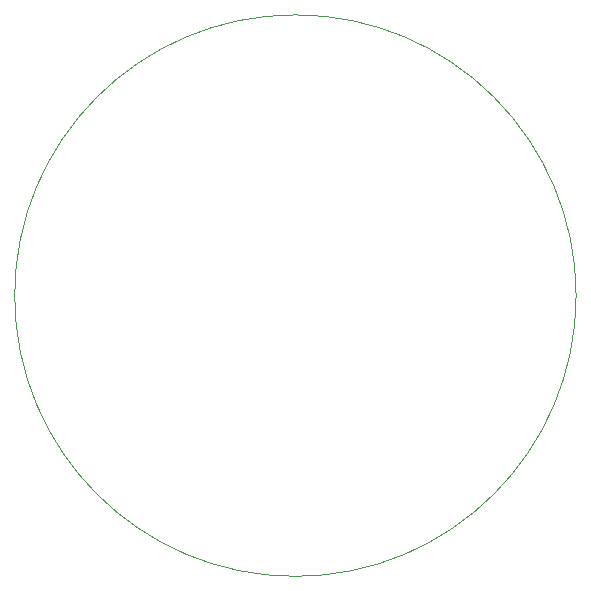
<source format=gbr>
%FSLAX34Y34*%
G04 Gerber Fmt 3.4, Leading zero omitted, Abs format*
G04 (created by PCBNEW (2014-02-26 BZR 4721)-product) date Monday, 26 January 2015 19:07:00*
%MOIN*%
G01*
G70*
G90*
G04 APERTURE LIST*
%ADD10C,0.005906*%
%ADD11C,0.003937*%
G04 APERTURE END LIST*
G54D10*
G54D11*
X80224Y-47244D02*
G75*
G03X80224Y-47244I-9358J0D01*
G74*
G01*
M02*

</source>
